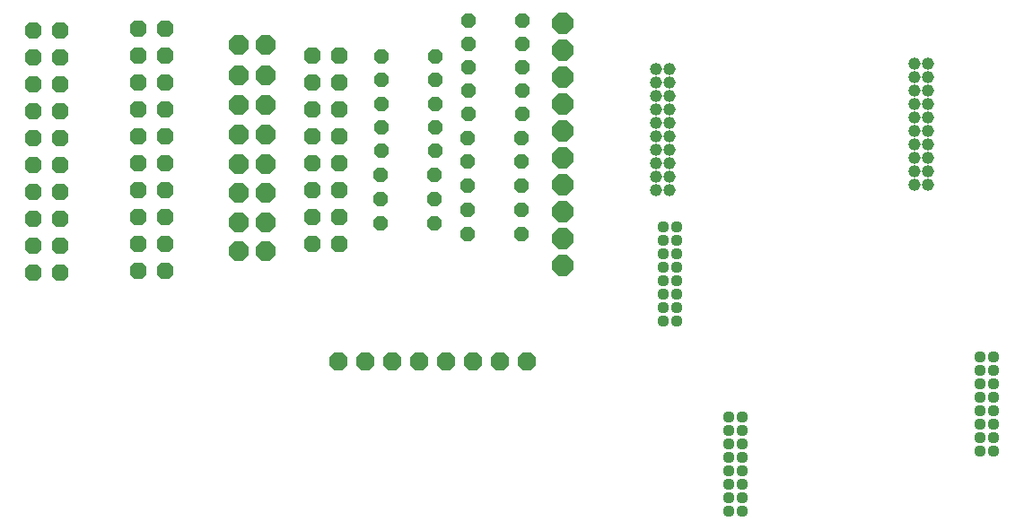
<source format=gbr>
G04 EAGLE Gerber RS-274X export*
G75*
%MOMM*%
%FSLAX34Y34*%
%LPD*%
%INSoldermask Top*%
%IPPOS*%
%AMOC8*
5,1,8,0,0,1.08239X$1,22.5*%
G01*
%ADD10C,1.178200*%
%ADD11C,1.117600*%
%ADD12P,1.704548X8X112.500000*%
%ADD13P,2.144431X8X22.500000*%
%ADD14P,1.539592X8X202.500000*%
%ADD15P,1.951982X8X22.500000*%
%ADD16P,1.843527X8X22.500000*%


D10*
X-40894Y683514D03*
X-40894Y670814D03*
X-40894Y658114D03*
X-40894Y645414D03*
X-40894Y632714D03*
X-40894Y620014D03*
X-40894Y607314D03*
X-40894Y594614D03*
X-40894Y581914D03*
X-40894Y569214D03*
X-53594Y569214D03*
X-53594Y581914D03*
X-53594Y594614D03*
X-53594Y607314D03*
X-53594Y620014D03*
X-53594Y632714D03*
X-53594Y645414D03*
X-53594Y658114D03*
X-53594Y670814D03*
X-53594Y683514D03*
X-284734Y678434D03*
X-284734Y665734D03*
X-284734Y653034D03*
X-284734Y640334D03*
X-284734Y627634D03*
X-284734Y614934D03*
X-284734Y602234D03*
X-284734Y589534D03*
X-284734Y576834D03*
X-284734Y564134D03*
X-297434Y564134D03*
X-297434Y576834D03*
X-297434Y589534D03*
X-297434Y602234D03*
X-297434Y614934D03*
X-297434Y627634D03*
X-297434Y640334D03*
X-297434Y653034D03*
X-297434Y665734D03*
X-297434Y678434D03*
D11*
X7874Y318516D03*
X20574Y318516D03*
X7874Y331216D03*
X20574Y331216D03*
X7874Y343916D03*
X20574Y343916D03*
X7874Y356616D03*
X20574Y356616D03*
X7874Y369316D03*
X20574Y369316D03*
X7874Y382016D03*
X20574Y382016D03*
X7874Y394716D03*
X20574Y394716D03*
X7874Y407416D03*
X20574Y407416D03*
D12*
X-786638Y488442D03*
X-761238Y488442D03*
X-786638Y513842D03*
X-761238Y513842D03*
X-786638Y539242D03*
X-761238Y539242D03*
X-786638Y564642D03*
X-761238Y564642D03*
X-786638Y590042D03*
X-761238Y590042D03*
X-786638Y615442D03*
X-761238Y615442D03*
X-786638Y640842D03*
X-761238Y640842D03*
X-786638Y666242D03*
X-761238Y666242D03*
X-786638Y691642D03*
X-761238Y691642D03*
X-786638Y717042D03*
X-761238Y717042D03*
X-885190Y486918D03*
X-859790Y486918D03*
X-885190Y512318D03*
X-859790Y512318D03*
X-885190Y537718D03*
X-859790Y537718D03*
X-885190Y563118D03*
X-859790Y563118D03*
X-885190Y588518D03*
X-859790Y588518D03*
X-885190Y613918D03*
X-859790Y613918D03*
X-885190Y639318D03*
X-859790Y639318D03*
X-885190Y664718D03*
X-859790Y664718D03*
X-885190Y690118D03*
X-859790Y690118D03*
X-885190Y715518D03*
X-859790Y715518D03*
X-596900Y514096D03*
X-622300Y514096D03*
X-596900Y539496D03*
X-622300Y539496D03*
X-596900Y564896D03*
X-622300Y564896D03*
X-596900Y590296D03*
X-622300Y590296D03*
X-596900Y615696D03*
X-622300Y615696D03*
X-596900Y641096D03*
X-622300Y641096D03*
X-596900Y666496D03*
X-622300Y666496D03*
X-596900Y691896D03*
X-622300Y691896D03*
D13*
X-385826Y493268D03*
X-385826Y518668D03*
X-385826Y544068D03*
X-385826Y569468D03*
X-385826Y594868D03*
X-385826Y620268D03*
X-385826Y645668D03*
X-385826Y671068D03*
X-385826Y696468D03*
X-385826Y721868D03*
D11*
X-278384Y440944D03*
X-291084Y440944D03*
X-278384Y453644D03*
X-291084Y453644D03*
X-278384Y466344D03*
X-291084Y466344D03*
X-278384Y479044D03*
X-291084Y479044D03*
X-278384Y491744D03*
X-291084Y491744D03*
X-278384Y504444D03*
X-291084Y504444D03*
X-278384Y517144D03*
X-291084Y517144D03*
X-278384Y529844D03*
X-291084Y529844D03*
X-216662Y261112D03*
X-229362Y261112D03*
X-216662Y273812D03*
X-229362Y273812D03*
X-216662Y286512D03*
X-229362Y286512D03*
X-216662Y299212D03*
X-229362Y299212D03*
X-216662Y311912D03*
X-229362Y311912D03*
X-216662Y324612D03*
X-229362Y324612D03*
X-216662Y337312D03*
X-229362Y337312D03*
X-216662Y350012D03*
X-229362Y350012D03*
D14*
X-424688Y523240D03*
X-475488Y523240D03*
X-424688Y545846D03*
X-475488Y545846D03*
X-424688Y568706D03*
X-475488Y568706D03*
X-424434Y591820D03*
X-475234Y591820D03*
X-424434Y613664D03*
X-475234Y613664D03*
X-423926Y636270D03*
X-474726Y636270D03*
X-423926Y658622D03*
X-474726Y658622D03*
X-423672Y680466D03*
X-474472Y680466D03*
X-506730Y533146D03*
X-557530Y533146D03*
X-506730Y555752D03*
X-557530Y555752D03*
X-506730Y578612D03*
X-557530Y578612D03*
X-506476Y601726D03*
X-557276Y601726D03*
X-506476Y623570D03*
X-557276Y623570D03*
X-505968Y646176D03*
X-556768Y646176D03*
X-505968Y668528D03*
X-556768Y668528D03*
X-505714Y690372D03*
X-556514Y690372D03*
D15*
X-691388Y506730D03*
X-665988Y506730D03*
X-691388Y534416D03*
X-665988Y534416D03*
X-691388Y561848D03*
X-665988Y561848D03*
X-691388Y589280D03*
X-665988Y589280D03*
X-691388Y616966D03*
X-665988Y616966D03*
X-691388Y644906D03*
X-665988Y644906D03*
X-691388Y673100D03*
X-665988Y673100D03*
X-691388Y701548D03*
X-665988Y701548D03*
D14*
X-423672Y702310D03*
X-474472Y702310D03*
X-423672Y724662D03*
X-474472Y724662D03*
D16*
X-597408Y402844D03*
X-572008Y402844D03*
X-546608Y402844D03*
X-521208Y402844D03*
X-495808Y402844D03*
X-470408Y402844D03*
X-445008Y402844D03*
X-419608Y402844D03*
M02*

</source>
